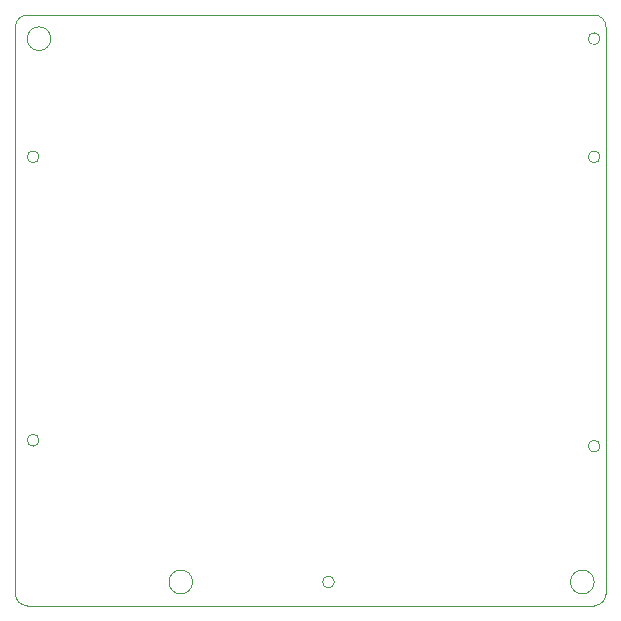
<source format=gbr>
G04 #@! TF.GenerationSoftware,KiCad,Pcbnew,5.0.2-bee76a0~70~ubuntu18.04.1*
G04 #@! TF.CreationDate,2020-07-09T21:56:47-07:00*
G04 #@! TF.ProjectId,light_thing_hw,6c696768-745f-4746-9869-6e675f68772e,rev?*
G04 #@! TF.SameCoordinates,Original*
G04 #@! TF.FileFunction,Profile,NP*
%FSLAX46Y46*%
G04 Gerber Fmt 4.6, Leading zero omitted, Abs format (unit mm)*
G04 Created by KiCad (PCBNEW 5.0.2-bee76a0~70~ubuntu18.04.1) date Thu 09 Jul 2020 09:56:47 PM PDT*
%MOMM*%
%LPD*%
G01*
G04 APERTURE LIST*
%ADD10C,0.100000*%
G04 APERTURE END LIST*
D10*
X134000000Y-104000000D02*
G75*
G03X134000000Y-104000000I-500000J0D01*
G01*
X109000000Y-92000000D02*
G75*
G03X109000000Y-92000000I-500000J0D01*
G01*
X109000000Y-68000000D02*
G75*
G03X109000000Y-68000000I-500000J0D01*
G01*
X156500000Y-92500000D02*
G75*
G03X156500000Y-92500000I-500000J0D01*
G01*
X156500000Y-68000000D02*
G75*
G03X156500000Y-68000000I-500000J0D01*
G01*
X156500000Y-58000000D02*
G75*
G03X156500000Y-58000000I-500000J0D01*
G01*
X122000000Y-104000000D02*
G75*
G03X122000000Y-104000000I-1000000J0D01*
G01*
X108000000Y-106000000D02*
G75*
G02X107000000Y-105000000I0J1000000D01*
G01*
X157000000Y-105000000D02*
G75*
G02X156000000Y-106000000I-1000000J0D01*
G01*
X156000000Y-56000000D02*
G75*
G02X157000000Y-57000000I0J-1000000D01*
G01*
X107000000Y-57000000D02*
G75*
G02X108000000Y-56000000I1000000J0D01*
G01*
X108000000Y-106000000D02*
X110000000Y-106000000D01*
X107000000Y-103000000D02*
X107000000Y-105000000D01*
X156000000Y-104000000D02*
G75*
G03X156000000Y-104000000I-1000000J0D01*
G01*
X110000000Y-58000000D02*
G75*
G03X110000000Y-58000000I-1000000J0D01*
G01*
X156000000Y-56000000D02*
X108000000Y-56000000D01*
X107000000Y-103000000D02*
X107000000Y-57000000D01*
X156000000Y-106000000D02*
X110000000Y-106000000D01*
X157000000Y-57000000D02*
X157000000Y-105000000D01*
M02*

</source>
